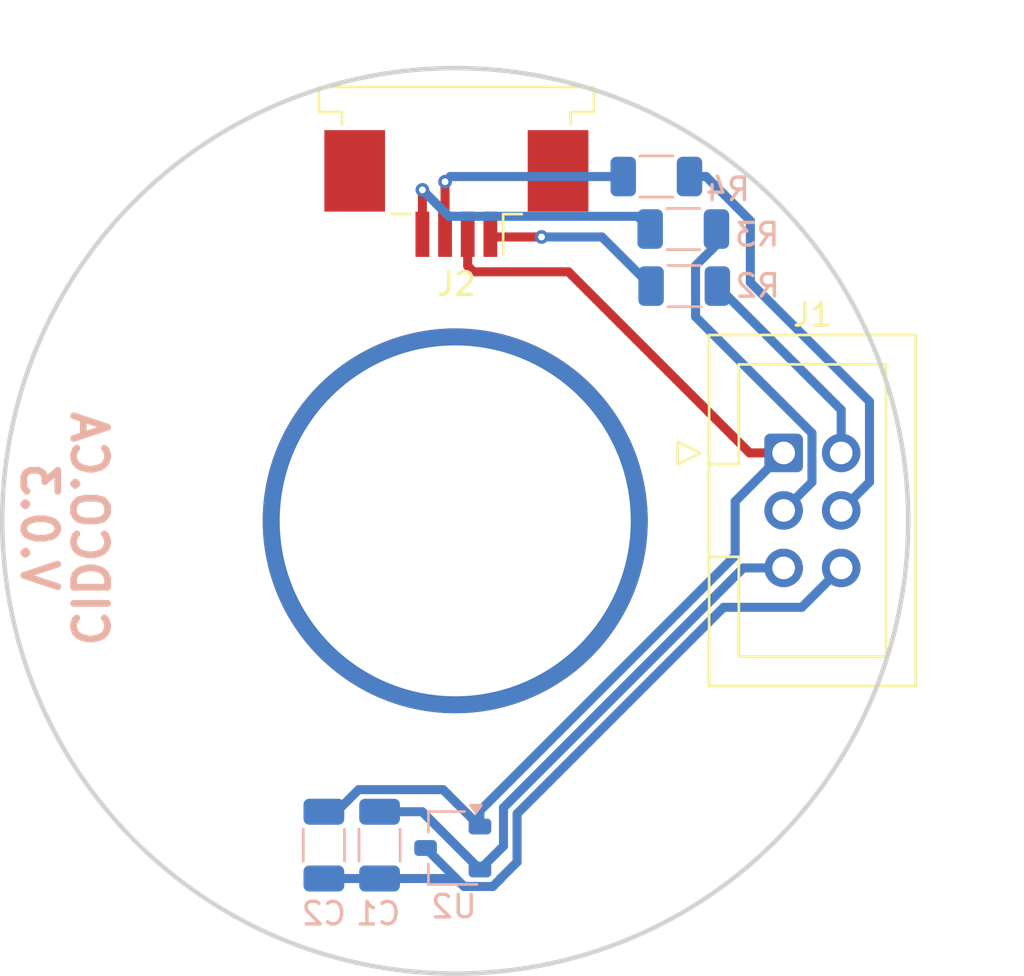
<source format=kicad_pcb>
(kicad_pcb (version 20240108) (generator "pcbnew") (generator_version "8.0")
  (layers (0 "F.Cu" signal) (1 "In1.Cu" signal) (2 "In2.Cu" signal) (31 "B.Cu" signal) (34 "B.Paste" user) (35 "F.Paste" user) (36 "B.SilkS" user "B.Silkscreen") (37 "F.SilkS" user "F.Silkscreen") (38 "B.Mask" user) (39 "F.Mask" user) (44 "Edge.Cuts" user))
  (net 0 "")
  (net 1 "VCC")
  (net 2 "Green")
  (net 3 "Blue")
  (net 4 "Red")
  (net 5 "GND")
  (net 6 "Signal")
  (net 8 "Net-(J2-Pin_1)")
  (net 9 "Net-(J2-Pin_4)")
  (net 10 "Net-(J2-Pin_3)")
  (footprint "Connector_IDC:IDC-Header_2x03_P2.54mm_Vertical" (layer "F.Cu") (at 114.5 97)
    (property "Reference" "J1" (at 1.27 -6.1 0) (layer "F.SilkS"))
    (property "Value" "Conn_02x03_Top_Bottom")
    (fp_line (start -4.68 -0.5) (end -4.68 0.5) (stroke (width 0.12)) (layer "F.SilkS"))
    (fp_line (start -4.68 0.5) (end -3.68 0) (stroke (width 0.12)) (layer "F.SilkS"))
    (fp_line (start -3.68 0) (end -4.68 -0.5) (stroke (width 0.12)) (layer "F.SilkS"))
    (fp_line (start -3.29 -5.21) (end 5.83 -5.21) (stroke (width 0.12)) (layer "F.SilkS"))
    (fp_line (start -3.29 0.49) (end -1.98 0.49) (stroke (width 0.12)) (layer "F.SilkS"))
    (fp_line (start -3.29 10.29) (end -3.29 -5.21) (stroke (width 0.12)) (layer "F.SilkS"))
    (fp_line (start -1.98 -3.91) (end 4.52 -3.91) (stroke (width 0.12)) (layer "F.SilkS"))
    (fp_line (start -1.98 0.49) (end -1.98 -3.91) (stroke (width 0.12)) (layer "F.SilkS"))
    (fp_line (start -1.98 4.59) (end -3.29 4.59) (stroke (width 0.12)) (layer "F.SilkS"))
    (fp_line (start -1.98 4.59) (end -1.98 4.59) (stroke (width 0.12)) (layer "F.SilkS"))
    (fp_line (start -1.98 8.99) (end -1.98 4.59) (stroke (width 0.12)) (layer "F.SilkS"))
    (fp_line (start 4.52 -3.91) (end 4.52 8.99) (stroke (width 0.12)) (layer "F.SilkS"))
    (fp_line (start 4.52 8.99) (end -1.98 8.99) (stroke (width 0.12)) (layer "F.SilkS"))
    (fp_line (start 5.83 -5.21) (end 5.83 10.29) (stroke (width 0.12)) (layer "F.SilkS"))
    (fp_line (start 5.83 10.29) (end -3.29 10.29) (stroke (width 0.12)) (layer "F.SilkS"))
    (pad "1" thru_hole roundrect (at 0 0) (size 1.7 1.7) (drill 1) (layers "*.Cu" "*.Mask") (roundrect_rratio 0.147059) (net 1 "VCC"))
    (pad "2" thru_hole circle (at 2.54 0) (size 1.7 1.7) (drill 1) (layers "*.Cu" "*.Mask") (net 4 "Red"))
    (pad "3" thru_hole circle (at 0 2.54) (size 1.7 1.7) (drill 1) (layers "*.Cu" "*.Mask") (net 2 "Green"))
    (pad "4" thru_hole circle (at 2.54 2.54) (size 1.7 1.7) (drill 1) (layers "*.Cu" "*.Mask") (net 3 "Blue"))
    (pad "5" thru_hole circle (at 0 5.08) (size 1.7 1.7) (drill 1) (layers "*.Cu" "*.Mask") (net 6 "Signal"))
    (pad "6" thru_hole circle (at 2.54 5.08) (size 1.7 1.7) (drill 1) (layers "*.Cu" "*.Mask") (net 5 "GND"))
  )
  (footprint "Connector_FFC-FPC:TE_84952-4_1x04-1MP_P1.0mm_Horizontal" (layer "F.Cu") (at 100.05 85.54 180)
    (property "Reference" "J2" (at 0 -4 0) (layer "F.SilkS"))
    (property "Value" "Conn_01x04_MountingPin")
    (fp_line (start 6.07 4.71) (end -6.07 4.71) (stroke (width 0.12)) (layer "F.SilkS"))
    (fp_line (start 6.07 3.6) (end 6.07 4.71) (stroke (width 0.12)) (layer "F.SilkS"))
    (fp_line (start 5.045 3.6) (end 6.07 3.6) (stroke (width 0.12)) (layer "F.SilkS"))
    (fp_line (start 5.045 3.06) (end 5.045 3.6) (stroke (width 0.12)) (layer "F.SilkS"))
    (fp_line (start 2.065 -0.91) (end 2.89 -0.91) (stroke (width 0.12)) (layer "F.SilkS"))
    (fp_line (start -2.065 -0.91) (end -2.065 -2.71) (stroke (width 0.12)) (layer "F.SilkS"))
    (fp_line (start -2.89 -0.91) (end -2.065 -0.91) (stroke (width 0.12)) (layer "F.SilkS"))
    (fp_line (start -5.045 3.6) (end -5.045 3.06) (stroke (width 0.12)) (layer "F.SilkS"))
    (fp_line (start -6.07 4.71) (end -6.07 3.6) (stroke (width 0.12)) (layer "F.SilkS"))
    (fp_line (start -6.07 3.6) (end -5.045 3.6) (stroke (width 0.12)) (layer "F.SilkS"))
    (pad "1" smd rect (at -1.5 -1.8 180) (size 0.61 2) (layers "F.Cu" "F.Paste" "F.Mask") (net 8 "Net-(J2-Pin_1)"))
    (pad "2" smd rect (at -0.5 -1.8 180) (size 0.61 2) (layers "F.Cu" "F.Paste" "F.Mask") (net 1 "VCC"))
    (pad "3" smd rect (at 0.5 -1.8 180) (size 0.61 2) (layers "F.Cu" "F.Paste" "F.Mask") (net 10 "Net-(J2-Pin_3)"))
    (pad "4" smd rect (at 1.5 -1.8 180) (size 0.61 2) (layers "F.Cu" "F.Paste" "F.Mask") (net 9 "Net-(J2-Pin_4)"))
    (pad "MP" smd rect (at -4.49 1 180) (size 2.68 3.6) (layers "F.Cu" "F.Paste" "F.Mask"))
    (pad "MP" smd rect (at 4.49 1 180) (size 2.68 3.6) (layers "F.Cu" "F.Paste" "F.Mask"))
  )
  (footprint "MountingHole:MountingHole_4.3mm_M4" (layer "F.Cu") (at 88.98 89.09)
    (property "Reference" "H1" (hide yes))
    (property "Value" "MountingHole")
    (pad "" np_thru_hole circle (at 0 0) (size 4.3 4.3) (drill 4.3) (layers "*.Cu" "*.Mask"))
  )
  (footprint "MountingHole:MountingHole_4.3mm_M4" (layer "F.Cu") (at 109.7 112.11)
    (property "Reference" "H3" (hide yes))
    (property "Value" "MountingHole")
    (pad "" np_thru_hole circle (at 0 0) (size 4.3 4.3) (drill 4.3) (layers "*.Cu" "*.Mask"))
  )
  (footprint "Resistor_SMD:R_1206_3216Metric" (layer "B.Cu") (at 110.07 87.11 180)
    (property "Reference" "R3" (at -3.26 -0.25 0) (layer "B.SilkS") (effects (justify mirror)))
    (property "Value" "80R")
    (fp_line (start 0.727064 0.91) (end -0.727064 0.91) (stroke (width 0.12)) (layer "B.SilkS"))
    (fp_line (start 0.727064 -0.91) (end -0.727064 -0.91) (stroke (width 0.12)) (layer "B.SilkS"))
    (pad "1" smd roundrect (at -1.4625 0 180) (size 1.125 1.75) (layers "B.Cu" "B.Paste" "B.Mask") (roundrect_rratio 0.222222) (net 2 "Green"))
    (pad "2" smd roundrect (at 1.4625 0 180) (size 1.125 1.75) (layers "B.Cu" "B.Paste" "B.Mask") (roundrect_rratio 0.222222) (net 9 "Net-(J2-Pin_4)"))
  )
  (footprint "Capacitor_SMD:C_1206_3216Metric" (layer "B.Cu") (at 96.66 114.325 -90)
    (property "Reference" "C1" (at 3.025 0.06 180) (layer "B.SilkS") (effects (justify mirror)))
    (property "Value" "10pf")
    (fp_line (start 0.711252 0.91) (end -0.711252 0.91) (stroke (width 0.12)) (layer "B.SilkS"))
    (fp_line (start 0.711252 -0.91) (end -0.711252 -0.91) (stroke (width 0.12)) (layer "B.SilkS"))
    (pad "1" smd roundrect (at -1.475 0 270) (size 1.15 1.8) (layers "B.Cu" "B.Paste" "B.Mask") (roundrect_rratio 0.217391) (net 6 "Signal"))
    (pad "2" smd roundrect (at 1.475 0 270) (size 1.15 1.8) (layers "B.Cu" "B.Paste" "B.Mask") (roundrect_rratio 0.217391) (net 5 "GND"))
  )
  (footprint "Resistor_SMD:R_1206_3216Metric" (layer "B.Cu") (at 110.11 89.63 180)
    (property "Reference" "R2" (at -3.24 0.01 0) (layer "B.SilkS") (effects (justify mirror)))
    (property "Value" "150R")
    (fp_line (start 0.727064 0.91) (end -0.727064 0.91) (stroke (width 0.12)) (layer "B.SilkS"))
    (fp_line (start 0.727064 -0.91) (end -0.727064 -0.91) (stroke (width 0.12)) (layer "B.SilkS"))
    (pad "1" smd roundrect (at -1.4625 0 180) (size 1.125 1.75) (layers "B.Cu" "B.Paste" "B.Mask") (roundrect_rratio 0.222222) (net 4 "Red"))
    (pad "2" smd roundrect (at 1.4625 0 180) (size 1.125 1.75) (layers "B.Cu" "B.Paste" "B.Mask") (roundrect_rratio 0.222222) (net 8 "Net-(J2-Pin_1)"))
  )
  (footprint "Resistor_SMD:R_1206_3216Metric" (layer "B.Cu") (at 108.88 84.79 180)
    (property "Reference" "R4" (at -3.15 -0.57 0) (layer "B.SilkS") (effects (justify mirror)))
    (property "Value" "80R")
    (fp_line (start 0.727064 0.91) (end -0.727064 0.91) (stroke (width 0.12)) (layer "B.SilkS"))
    (fp_line (start 0.727064 -0.91) (end -0.727064 -0.91) (stroke (width 0.12)) (layer "B.SilkS"))
    (pad "1" smd roundrect (at -1.4625 0 180) (size 1.125 1.75) (layers "B.Cu" "B.Paste" "B.Mask") (roundrect_rratio 0.222222) (net 3 "Blue"))
    (pad "2" smd roundrect (at 1.4625 0 180) (size 1.125 1.75) (layers "B.Cu" "B.Paste" "B.Mask") (roundrect_rratio 0.222222) (net 10 "Net-(J2-Pin_3)"))
  )
  (footprint "Package_TO_SOT_SMD:SOT-23W" (layer "B.Cu") (at 99.89 114.4525 180)
    (property "Reference" "U2" (at -0.05 -2.5875 0) (layer "B.SilkS") (effects (justify mirror)))
    (property "Value" "A3213LLHLT-T")
    (fp_line (start 1.075 1.61) (end -0.525 1.61) (stroke (width 0.12)) (layer "B.SilkS"))
    (fp_line (start 1.075 0.7) (end 1.075 1.61) (stroke (width 0.12)) (layer "B.SilkS"))
    (fp_line (start 1.075 -1.61) (end 1.075 -0.7) (stroke (width 0.12)) (layer "B.SilkS"))
    (fp_line (start 1.075 -1.61) (end -1.075 -1.61) (stroke (width 0.12)) (layer "B.SilkS"))
    (fp_poly (pts (xy -1.025 1.56) (xy -1.265 1.89) (xy -0.785 1.89) (xy -1.025 1.56)) (stroke (width 0.12)) (fill solid) (layer "B.SilkS"))
    (pad "1" smd roundrect (at -1.2 0.95 180) (size 1 0.7) (layers "B.Cu" "B.Paste" "B.Mask") (net 1 "VCC"))
    (pad "2" smd roundrect (at -1.2 -0.95 180) (size 1 0.7) (layers "B.Cu" "B.Paste" "B.Mask") (net 6 "Signal"))
    (pad "3" smd roundrect (at 1.2 0 180) (size 1 0.7) (layers "B.Cu" "B.Paste" "B.Mask") (net 5 "GND"))
  )
  (footprint "Capacitor_SMD:C_1206_3216Metric" (layer "B.Cu") (at 94.2 114.325 -90)
    (property "Reference" "C2" (at 3.025 0 180) (layer "B.SilkS") (effects (justify mirror)))
    (property "Value" "0.1uf")
    (fp_line (start 0.711252 0.91) (end -0.711252 0.91) (stroke (width 0.12)) (layer "B.SilkS"))
    (fp_line (start 0.711252 -0.91) (end -0.711252 -0.91) (stroke (width 0.12)) (layer "B.SilkS"))
    (pad "1" smd roundrect (at -1.475 0 270) (size 1.15 1.8) (layers "B.Cu" "B.Paste" "B.Mask") (roundrect_rratio 0.217391) (net 1 "VCC"))
    (pad "2" smd roundrect (at 1.475 0 270) (size 1.15 1.8) (layers "B.Cu" "B.Paste" "B.Mask") (roundrect_rratio 0.217391) (net 5 "GND"))
  )
  (gr_circle (center 100 100) (end 120 100) (stroke (width 0.2)) (fill none) (layer "Edge.Cuts"))
  (gr_text "V.0.3" (at 80.75 103.25 -90) (layer "B.SilkS") (effects (font (size 1.5 1.5) (thickness 0.3) (bold yes)) (justify left bottom mirror)))
  (gr_text "CIDCO.CA" (at 82.95 105.7 -90) (layer "B.SilkS") (effects (font (size 1.5 1.5) (thickness 0.3) (bold yes)) (justify left bottom mirror)))
  (via (at 100 100) (size 17) (drill 15.5) (layers "F.Cu" "B.Cu") (net 0))
  (segment (start 105 89) (end 113 97) (width 0.4) (layer "F.Cu") (net 1))
  (segment (start 100.55 87.34) (end 100.55 88.74) (width 0.4) (layer "F.Cu") (net 1))
  (segment (start 100.81 89) (end 105 89) (width 0.4) (layer "F.Cu") (net 1))
  (segment (start 100.55 88.74) (end 100.81 89) (width 0.4) (layer "F.Cu") (net 1))
  (segment (start 113 97) (end 114.5 97) (width 0.4) (layer "F.Cu") (net 1))
  (segment (start 114.5 97) (end 112.36 99.14) (width 0.4) (layer "B.Cu") (net 1))
  (segment (start 94.2 112.85) (end 94.758834 112.85) (width 0.4) (layer "B.Cu") (net 1))
  (segment (start 112.36 101.54) (end 101.09 112.81) (width 0.4) (layer "B.Cu") (net 1))
  (segment (start 99.4625 111.875) (end 101.09 113.5025) (width 0.4) (layer "B.Cu") (net 1))
  (segment (start 101.09 112.81) (end 101.09 113.5025) (width 0.4) (layer "B.Cu") (net 1))
  (segment (start 95.733834 111.875) (end 99.4625 111.875) (width 0.4) (layer "B.Cu") (net 1))
  (segment (start 94.758834 112.85) (end 95.733834 111.875) (width 0.4) (layer "B.Cu") (net 1))
  (segment (start 112.36 99.14) (end 112.36 101.54) (width 0.4) (layer "B.Cu") (net 1))
  (segment (start 111.5325 87.11) (end 111.5325 87.806334) (width 0.4) (layer "B.Cu") (net 2))
  (segment (start 111.5325 87.806334) (end 110.61 88.728834) (width 0.4) (layer "B.Cu") (net 2))
  (segment (start 110.61 90.983834) (end 115.75 96.123834) (width 0.4) (layer "B.Cu") (net 2))
  (segment (start 115.75 96.123834) (end 115.75 98.29) (width 0.4) (layer "B.Cu") (net 2))
  (segment (start 115.75 98.29) (end 114.5 99.54) (width 0.4) (layer "B.Cu") (net 2))
  (segment (start 110.61 88.728834) (end 110.61 90.983834) (width 0.4) (layer "B.Cu") (net 2))
  (segment (start 117.12 99.54) (end 117.04 99.54) (width 0.4) (layer "F.Cu") (net 3))
  (segment (start 111.076166 84.79) (end 113.03 86.743834) (width 0.4) (layer "B.Cu") (net 3))
  (segment (start 113.03 89.47) (end 118.29 94.73) (width 0.4) (layer "B.Cu") (net 3))
  (segment (start 113.03 86.743834) (end 113.03 89.47) (width 0.4) (layer "B.Cu") (net 3))
  (segment (start 118.29 98.29) (end 117.04 99.54) (width 0.4) (layer "B.Cu") (net 3))
  (segment (start 118.29 94.73) (end 118.29 98.29) (width 0.4) (layer "B.Cu") (net 3))
  (segment (start 110.3425 84.79) (end 111.076166 84.79) (width 0.4) (layer "B.Cu") (net 3))
  (segment (start 111.5725 89.63) (end 117.04 95.0975) (width 0.4) (layer "B.Cu") (net 4))
  (segment (start 117.04 95.0975) (end 117.04 97) (width 0.4) (layer "B.Cu") (net 4))
  (segment (start 101.658022 116.1525) (end 101.99 115.820522) (width 0.4) (layer "B.Cu") (net 5))
  (segment (start 98.69 114.4525) (end 99.99375 115.75625) (width 0.4) (layer "B.Cu") (net 5))
  (segment (start 99.99375 115.75625) (end 100.39 116.1525) (width 0.4) (layer "B.Cu") (net 5))
  (segment (start 101.99 115.81) (end 102.73 115.07) (width 0.4) (layer "B.Cu") (net 5))
  (segment (start 102.73 112.94) (end 111.85 103.82) (width 0.4) (layer "B.Cu") (net 5))
  (segment (start 115.3 103.82) (end 117.04 102.08) (width 0.4) (layer "B.Cu") (net 5))
  (segment (start 94.2 115.8) (end 96.66 115.8) (width 0.4) (layer "B.Cu") (net 5))
  (segment (start 96.66 115.8) (end 99.95 115.8) (width 0.4) (layer "B.Cu") (net 5))
  (segment (start 99.95 115.8) (end 99.99375 115.75625) (width 0.4) (layer "B.Cu") (net 5))
  (segment (start 111.85 103.82) (end 115.3 103.82) (width 0.4) (layer "B.Cu") (net 5))
  (segment (start 102.73 115.07) (end 102.73 112.94) (width 0.4) (layer "B.Cu") (net 5))
  (segment (start 100.39 116.1525) (end 101.658022 116.1525) (width 0.4) (layer "B.Cu") (net 5))
  (segment (start 101.99 115.820522) (end 101.99 115.81) (width 0.4) (layer "B.Cu") (net 5))
  (segment (start 114.5 102.425) (end 114.5 102.08) (width 0.4) (layer "F.Cu") (net 6))
  (segment (start 96.66 112.85) (end 98.5375 112.85) (width 0.4) (layer "B.Cu") (net 6))
  (segment (start 98.5375 112.85) (end 101.09 115.4025) (width 0.4) (layer "B.Cu") (net 6))
  (segment (start 102.13 112.67) (end 102.13 114.3625) (width 0.4) (layer "B.Cu") (net 6))
  (segment (start 102.13 114.3625) (end 101.09 115.4025) (width 0.4) (layer "B.Cu") (net 6))
  (segment (start 112.72 102.08) (end 102.13 112.67) (width 0.4) (layer "B.Cu") (net 6))
  (segment (start 114.5 102.08) (end 112.72 102.08) (width 0.4) (layer "B.Cu") (net 6))
  (segment (start 103.81 87.46) (end 101.67 87.46) (width 0.4) (layer "F.Cu") (net 8))
  (segment (start 101.67 87.46) (end 101.55 87.34) (width 0.4) (layer "F.Cu") (net 8))
  (via (at 103.81 87.46) (size 0.6) (drill 0.3) (layers "F.Cu" "B.Cu") (net 8))
  (segment (start 106.4775 87.46) (end 103.81 87.46) (width 0.4) (layer "B.Cu") (net 8))
  (segment (start 108.6475 89.63) (end 106.4775 87.46) (width 0.4) (layer "B.Cu") (net 8))
  (segment (start 108.5975 87.1) (end 108.6075 87.11) (width 0.4) (layer "F.Cu") (net 9))
  (segment (start 98.55 85.38) (end 98.55 87.34) (width 0.4) (layer "F.Cu") (net 9))
  (via (at 98.55 85.38) (size 0.6) (drill 0.3) (layers "F.Cu" "B.Cu") (net 9))
  (segment (start 108.6075 87.11) (end 108.045 86.5475) (width 0.4) (layer "B.Cu") (net 9))
  (segment (start 108.045 86.5475) (end 99.7175 86.5475) (width 0.4) (layer "B.Cu") (net 9))
  (segment (start 99.7175 86.5475) (end 98.55 85.38) (width 0.4) (layer "B.Cu") (net 9))
  (segment (start 99.55 85.02) (end 99.55 87.34) (width 0.4) (layer "F.Cu") (net 10))
  (via (at 99.55 85.02) (size 0.6) (drill 0.3) (layers "F.Cu" "B.Cu") (net 10))
  (segment (start 99.78 84.79) (end 99.55 85.02) (width 0.4) (layer "B.Cu") (net 10))
  (segment (start 107.4175 84.79) (end 99.78 84.79) (width 0.4) (layer "B.Cu") (net 10))
)
</source>
